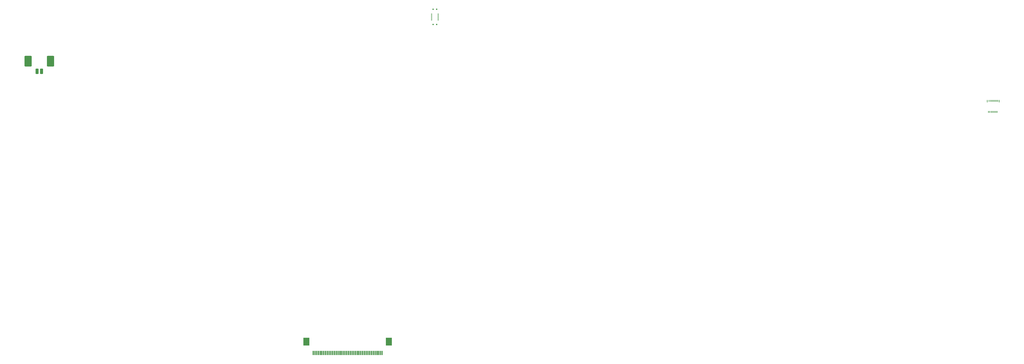
<source format=gbr>
%TF.GenerationSoftware,KiCad,Pcbnew,8.0.2-1*%
%TF.CreationDate,2024-08-02T01:43:08+02:00*%
%TF.ProjectId,keyboard,6b657962-6f61-4726-942e-6b696361645f,1.0*%
%TF.SameCoordinates,Original*%
%TF.FileFunction,Paste,Bot*%
%TF.FilePolarity,Positive*%
%FSLAX46Y46*%
G04 Gerber Fmt 4.6, Leading zero omitted, Abs format (unit mm)*
G04 Created by KiCad (PCBNEW 8.0.2-1) date 2024-08-02 01:43:08*
%MOMM*%
%LPD*%
G01*
G04 APERTURE LIST*
G04 Aperture macros list*
%AMRoundRect*
0 Rectangle with rounded corners*
0 $1 Rounding radius*
0 $2 $3 $4 $5 $6 $7 $8 $9 X,Y pos of 4 corners*
0 Add a 4 corners polygon primitive as box body*
4,1,4,$2,$3,$4,$5,$6,$7,$8,$9,$2,$3,0*
0 Add four circle primitives for the rounded corners*
1,1,$1+$1,$2,$3*
1,1,$1+$1,$4,$5*
1,1,$1+$1,$6,$7*
1,1,$1+$1,$8,$9*
0 Add four rect primitives between the rounded corners*
20,1,$1+$1,$2,$3,$4,$5,0*
20,1,$1+$1,$4,$5,$6,$7,0*
20,1,$1+$1,$6,$7,$8,$9,0*
20,1,$1+$1,$8,$9,$2,$3,0*%
G04 Aperture macros list end*
%ADD10R,0.300000X1.300000*%
%ADD11R,1.800000X2.200000*%
%ADD12R,0.200000X0.500000*%
%ADD13R,0.200000X0.650000*%
%ADD14RoundRect,0.200000X-0.200000X-0.600000X0.200000X-0.600000X0.200000X0.600000X-0.200000X0.600000X0*%
%ADD15RoundRect,0.250001X-0.799999X-1.249999X0.799999X-1.249999X0.799999X1.249999X-0.799999X1.249999X0*%
%ADD16R,0.400000X0.180000*%
%ADD17R,0.385000X0.400000*%
G04 APERTURE END LIST*
D10*
X156793767Y-186630000D03*
X157293767Y-186630000D03*
X157793767Y-186630000D03*
X158293767Y-186630000D03*
X158793767Y-186630000D03*
X159293767Y-186630000D03*
X159793767Y-186630000D03*
X160293767Y-186630000D03*
X160793767Y-186630000D03*
X161293767Y-186630000D03*
X161793767Y-186630000D03*
X162293767Y-186630000D03*
X162793767Y-186630000D03*
X163293767Y-186630000D03*
X163793767Y-186630000D03*
X164293767Y-186630000D03*
X164793767Y-186630000D03*
X165293767Y-186630000D03*
X165793767Y-186630000D03*
X166293767Y-186630000D03*
X166793767Y-186630000D03*
X167293767Y-186630000D03*
X167793767Y-186630000D03*
X168293767Y-186630000D03*
X168793767Y-186630000D03*
X169293767Y-186630000D03*
X169793767Y-186630000D03*
X170293767Y-186630000D03*
X170793767Y-186630000D03*
X171293767Y-186630000D03*
X171793767Y-186630000D03*
X172293767Y-186630000D03*
X172793767Y-186630000D03*
X173293767Y-186630000D03*
X173793767Y-186630000D03*
X174293767Y-186630000D03*
X174793767Y-186630000D03*
X175293767Y-186630000D03*
X175793767Y-186630000D03*
X176293767Y-186630000D03*
D11*
X154893767Y-183380000D03*
X178193767Y-183380000D03*
D12*
X350713000Y-115075000D03*
X350538000Y-118225000D03*
X350362000Y-115075000D03*
X350188000Y-118225000D03*
X350012000Y-115075000D03*
X349838000Y-118225000D03*
X349663000Y-115075000D03*
X349488000Y-118225000D03*
X349313000Y-115075000D03*
X349137000Y-118225000D03*
X348962000Y-115075000D03*
X348788000Y-118225000D03*
X348613000Y-115075000D03*
X348438000Y-118225000D03*
X348262000Y-115075000D03*
X348087000Y-118225000D03*
D13*
X351112000Y-115150000D03*
X347687000Y-115150000D03*
D14*
X78575000Y-106700000D03*
X79825000Y-106700000D03*
D15*
X76025000Y-103800000D03*
X82375000Y-103800000D03*
D16*
X192203767Y-90391000D03*
X190303767Y-90391000D03*
X192203767Y-90741000D03*
X190303767Y-90741000D03*
X192203767Y-91091000D03*
X190303767Y-91091000D03*
X192203767Y-91441000D03*
X190303767Y-91441000D03*
X192203767Y-91791000D03*
X190303767Y-91791000D03*
X192203767Y-92141000D03*
X190303767Y-92141000D03*
D17*
X191735767Y-89111000D03*
X190771767Y-89111000D03*
X191735767Y-93421000D03*
X190771767Y-93421000D03*
M02*

</source>
